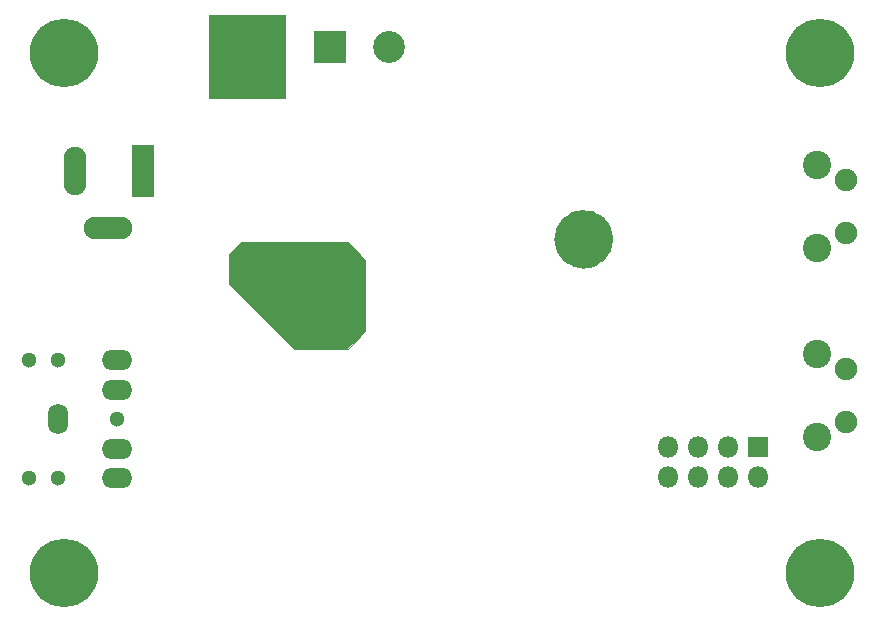
<source format=gbr>
%TF.GenerationSoftware,KiCad,Pcbnew,(5.1.6)-1*%
%TF.CreationDate,2020-09-26T10:57:46+02:00*%
%TF.ProjectId,ESP32MiniDrop,45535033-324d-4696-9e69-44726f702e6b,rev?*%
%TF.SameCoordinates,Original*%
%TF.FileFunction,Soldermask,Bot*%
%TF.FilePolarity,Negative*%
%FSLAX46Y46*%
G04 Gerber Fmt 4.6, Leading zero omitted, Abs format (unit mm)*
G04 Created by KiCad (PCBNEW (5.1.6)-1) date 2020-09-26 10:57:46*
%MOMM*%
%LPD*%
G01*
G04 APERTURE LIST*
%ADD10C,0.100000*%
%ADD11C,2.500000*%
%ADD12C,2.400000*%
%ADD13C,1.900000*%
%ADD14R,1.900000X4.500000*%
%ADD15O,1.900000X4.100000*%
%ADD16O,4.100000X1.900000*%
%ADD17R,2.700000X2.700000*%
%ADD18C,2.700000*%
%ADD19C,5.800000*%
%ADD20O,1.800000X1.800000*%
%ADD21R,1.800000X1.800000*%
%ADD22C,1.300000*%
%ADD23O,2.600000X1.700000*%
%ADD24O,1.700000X2.600000*%
G04 APERTURE END LIST*
D10*
G36*
X30500000Y-22500000D02*
G01*
X30500000Y-28500000D01*
X29000000Y-30000000D01*
X24500000Y-30000000D01*
X19000000Y-24500000D01*
X19000000Y-22000000D01*
X20000000Y-21000000D01*
X29000000Y-21000000D01*
X30500000Y-22500000D01*
G37*
X30500000Y-22500000D02*
X30500000Y-28500000D01*
X29000000Y-30000000D01*
X24500000Y-30000000D01*
X19000000Y-24500000D01*
X19000000Y-22000000D01*
X20000000Y-21000000D01*
X29000000Y-21000000D01*
X30500000Y-22500000D01*
G36*
X23750000Y-8750000D02*
G01*
X17250000Y-8750000D01*
X17250000Y-1750000D01*
X23750000Y-1750000D01*
X23750000Y-8750000D01*
G37*
X23750000Y-8750000D02*
X17250000Y-8750000D01*
X17250000Y-1750000D01*
X23750000Y-1750000D01*
X23750000Y-8750000D01*
D11*
X50225000Y-20750000D02*
G75*
G03*
X50225000Y-20750000I-1225000J0D01*
G01*
D12*
%TO.C,SW2*%
X68755000Y-37505000D03*
X68755000Y-30495000D03*
D13*
X71245000Y-36250000D03*
X71245000Y-31750000D03*
%TD*%
D12*
%TO.C,SW1*%
X68755000Y-21505000D03*
X68755000Y-14495000D03*
D13*
X71245000Y-20250000D03*
X71245000Y-15750000D03*
%TD*%
D14*
%TO.C,J5*%
X11700000Y-15000000D03*
D15*
X5900000Y-15000000D03*
D16*
X8700000Y-19800000D03*
%TD*%
D17*
%TO.C,J2*%
X27500000Y-4500000D03*
D18*
X32500000Y-4500000D03*
%TD*%
D19*
%TO.C,M4*%
X69000000Y-49000000D03*
%TD*%
%TO.C,M3*%
X5000000Y-49000000D03*
%TD*%
%TO.C,M2*%
X69000000Y-5000000D03*
%TD*%
%TO.C,M1*%
X5000000Y-5000000D03*
%TD*%
D20*
%TO.C,J1*%
X56134000Y-40894000D03*
X56134000Y-38354000D03*
X58674000Y-40894000D03*
X58674000Y-38354000D03*
X61214000Y-40894000D03*
X61214000Y-38354000D03*
X63754000Y-40894000D03*
D21*
X63754000Y-38354000D03*
%TD*%
D22*
%TO.C,J3*%
X9500000Y-36000000D03*
X2000000Y-41000000D03*
X4500000Y-41000000D03*
X2000000Y-31000000D03*
X4500000Y-31000000D03*
D23*
X9500000Y-38500000D03*
X9500000Y-33500000D03*
X9500000Y-31000000D03*
X9500000Y-41000000D03*
D24*
X4500000Y-36000000D03*
%TD*%
M02*

</source>
